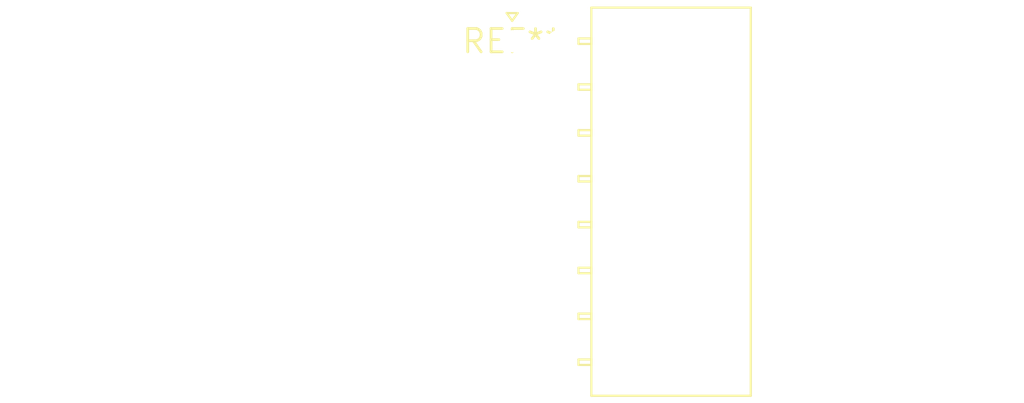
<source format=kicad_pcb>
(kicad_pcb (version 20240108) (generator pcbnew)
  (layers (0 "F.Cu" signal) (31 "B.Cu" signal) (34 "B.Paste" user) (35 "F.Paste" user) (36 "B.SilkS" user "B.Silkscreen") (37 "F.SilkS" user "F.Silkscreen") (38 "B.Mask" user) (39 "F.Mask" user) (44 "Edge.Cuts" user))
  (net 0 "")
  (footprint "Molex_Nano-Fit_105314-xx16_2x08_P2.50mm_Horizontal" (layer "F.Cu") (at 0 0)
    (property "Reference" "REF**")
    (property "Value" "Molex_Nano-Fit_105314-xx16_2x08_P2.50mm_Horizontal")
    (fp_line (start -0.3 -1.534264) (end 0 -1.11) (layer "F.SilkS") (stroke (width 0.12)))
    (fp_line (start 0 -1.11) (end 0.3 -1.534264) (layer "F.SilkS") (stroke (width 0.12)))
    (fp_line (start 0.3 -1.534264) (end -0.3 -1.534264) (layer "F.SilkS") (stroke (width 0.12)))
    (fp_line (start 3.61 -0.15) (end 3.61 0.15) (layer "F.SilkS") (stroke (width 0.12)))
    (fp_line (start 3.61 0.15) (end 4.31 0.15) (layer "F.SilkS") (stroke (width 0.12)))
    (fp_line (start 3.61 2.35) (end 3.61 2.65) (layer "F.SilkS") (stroke (width 0.12)))
    (fp_line (start 3.61 2.65) (end 4.31 2.65) (layer "F.SilkS") (stroke (width 0.12)))
    (fp_line (start 3.61 4.85) (end 3.61 5.15) (layer "F.SilkS") (stroke (width 0.12)))
    (fp_line (start 3.61 5.15) (end 4.31 5.15) (layer "F.SilkS") (stroke (width 0.12)))
    (fp_line (start 3.61 7.35) (end 3.61 7.65) (layer "F.SilkS") (stroke (width 0.12)))
    (fp_line (start 3.61 7.65) (end 4.31 7.65) (layer "F.SilkS") (stroke (width 0.12)))
    (fp_line (start 3.61 9.85) (end 3.61 10.15) (layer "F.SilkS") (stroke (width 0.12)))
    (fp_line (start 3.61 10.15) (end 4.31 10.15) (layer "F.SilkS") (stroke (width 0.12)))
    (fp_line (start 3.61 12.35) (end 3.61 12.65) (layer "F.SilkS") (stroke (width 0.12)))
    (fp_line (start 3.61 12.65) (end 4.31 12.65) (layer "F.SilkS") (stroke (width 0.12)))
    (fp_line (start 3.61 14.85) (end 3.61 15.15) (layer "F.SilkS") (stroke (width 0.12)))
    (fp_line (start 3.61 15.15) (end 4.31 15.15) (layer "F.SilkS") (stroke (width 0.12)))
    (fp_line (start 3.61 17.35) (end 3.61 17.65) (layer "F.SilkS") (stroke (width 0.12)))
    (fp_line (start 3.61 17.65) (end 4.31 17.65) (layer "F.SilkS") (stroke (width 0.12)))
    (fp_line (start 4.31 -1.83) (end 4.31 19.33) (layer "F.SilkS") (stroke (width 0.12)))
    (fp_line (start 4.31 -0.15) (end 3.61 -0.15) (layer "F.SilkS") (stroke (width 0.12)))
    (fp_line (start 4.31 0.15) (end 4.31 -0.15) (layer "F.SilkS") (stroke (width 0.12)))
    (fp_line (start 4.31 2.35) (end 3.61 2.35) (layer "F.SilkS") (stroke (width 0.12)))
    (fp_line (start 4.31 2.65) (end 4.31 2.35) (layer "F.SilkS") (stroke (width 0.12)))
    (fp_line (start 4.31 4.85) (end 3.61 4.85) (layer "F.SilkS") (stroke (width 0.12)))
    (fp_line (start 4.31 5.15) (end 4.31 4.85) (layer "F.SilkS") (stroke (width 0.12)))
    (fp_line (start 4.31 7.35) (end 3.61 7.35) (layer "F.SilkS") (stroke (width 0.12)))
    (fp_line (start 4.31 7.65) (end 4.31 7.35) (layer "F.SilkS") (stroke (width 0.12)))
    (fp_line (start 4.31 9.85) (end 3.61 9.85) (layer "F.SilkS") (stroke (width 0.12)))
    (fp_line (start 4.31 10.15) (end 4.31 9.85) (layer "F.SilkS") (stroke (width 0.12)))
    (fp_line (start 4.31 12.35) (end 3.61 12.35) (layer "F.SilkS") (stroke (width 0.12)))
    (fp_line (start 4.31 12.65) (end 4.31 12.35) (layer "F.SilkS") (stroke (width 0.12)))
    (fp_line (start 4.31 14.85) (end 3.61 14.85) (layer "F.SilkS") (stroke (width 0.12)))
    (fp_line (start 4.31 15.15) (end 4.31 14.85) (layer "F.SilkS") (stroke (width 0.12)))
    (fp_line (start 4.31 17.35) (end 3.61 17.35) (layer "F.SilkS") (stroke (width 0.12)))
    (fp_line (start 4.31 17.65) (end 4.31 17.35) (layer "F.SilkS") (stroke (width 0.12)))
    (fp_line (start 4.31 19.33) (end 12.99 19.33) (layer "F.SilkS") (stroke (width 0.12)))
    (fp_line (start 12.99 -1.83) (end 4.31 -1.83) (layer "F.SilkS") (stroke (width 0.12)))
    (fp_line (start 12.99 19.33) (end 12.99 -1.83) (layer "F.SilkS") (stroke (width 0.12)))
    (pad "" np_thru_hole circle (at 9.68 0) (size 1.7 1.7) (drill 1.7) (layers *.Cu *.Mask))
    (pad "" np_thru_hole circle (at 9.68 17.5) (size 1.7 1.7) (drill 1.7) (layers *.Cu *.Mask))
    (pad "1" thru_hole roundrect (at 0 0) (size 1.7 1.7) (drill 1.2) (layers *.Cu *.Mask) (remove_unused_layers) (roundrect_rratio 0.147059))
    (pad "2" thru_hole circle (at 0 2.5) (size 1.7 1.7) (drill 1.2) (layers *.Cu *.Mask) (remove_unused_layers))
    (pad "3" thru_hole circle (at 0 5) (size 1.7 1.7) (drill 1.2) (layers *.Cu *.Mask) (remove_unused_layers))
    (pad "4" thru_hole circle (at 0 7.5) (size 1.7 1.7) (drill 1.2) (layers *.Cu *.Mask) (remove_unused_layers))
    (pad "5" thru_hole circle (at 0 10) (size 1.7 1.7) (drill 1.2) (layers *.Cu *.Mask) (remove_unused_layers))
    (pad "6" thru_hole circle (at 0 12.5) (size 1.7 1.7) (drill 1.2) (layers *.Cu *.Mask) (remove_unused_layers))
    (pad "7" thru_hole circle (at 0 15) (size 1.7 1.7) (drill 1.2) (layers *.Cu *.Mask) (remove_unused_layers))
    (pad "8" thru_hole circle (at 0 17.5) (size 1.7 1.7) (drill 1.2) (layers *.Cu *.Mask) (remove_unused_layers))
    (pad "9" thru_hole circle (at 2.5 0) (size 1.7 1.7) (drill 1.2) (layers *.Cu *.Mask) (remove_unused_layers))
    (pad "10" thru_hole circle (at 2.5 2.5) (size 1.7 1.7) (drill 1.2) (layers *.Cu *.Mask) (remove_unused_layers))
    (pad "11" thru_hole circle (at 2.5 5) (size 1.7 1.7) (drill 1.2) (layers *.Cu *.Mask) (remove_unused_layers))
    (pad "12" thru_hole circle (at 2.5 7.5) (size 1.7 1.7) (drill 1.2) (layers *.Cu *.Mask) (remove_unused_layers))
    (pad "13" thru_hole circle (at 2.5 10) (size 1.7 1.7) (drill 1.2) (layers *.Cu *.Mask) (remove_unused_layers))
    (pad "14" thru_hole circle (at 2.5 12.5) (size 1.7 1.7) (drill 1.2) (layers *.Cu *.Mask) (remove_unused_layers))
    (pad "15" thru_hole circle (at 2.5 15) (size 1.7 1.7) (drill 1.2) (layers *.Cu *.Mask) (remove_unused_layers))
    (pad "16" thru_hole circle (at 2.5 17.5) (size 1.7 1.7) (drill 1.2) (layers *.Cu *.Mask) (remove_unused_layers))
  )
)
</source>
